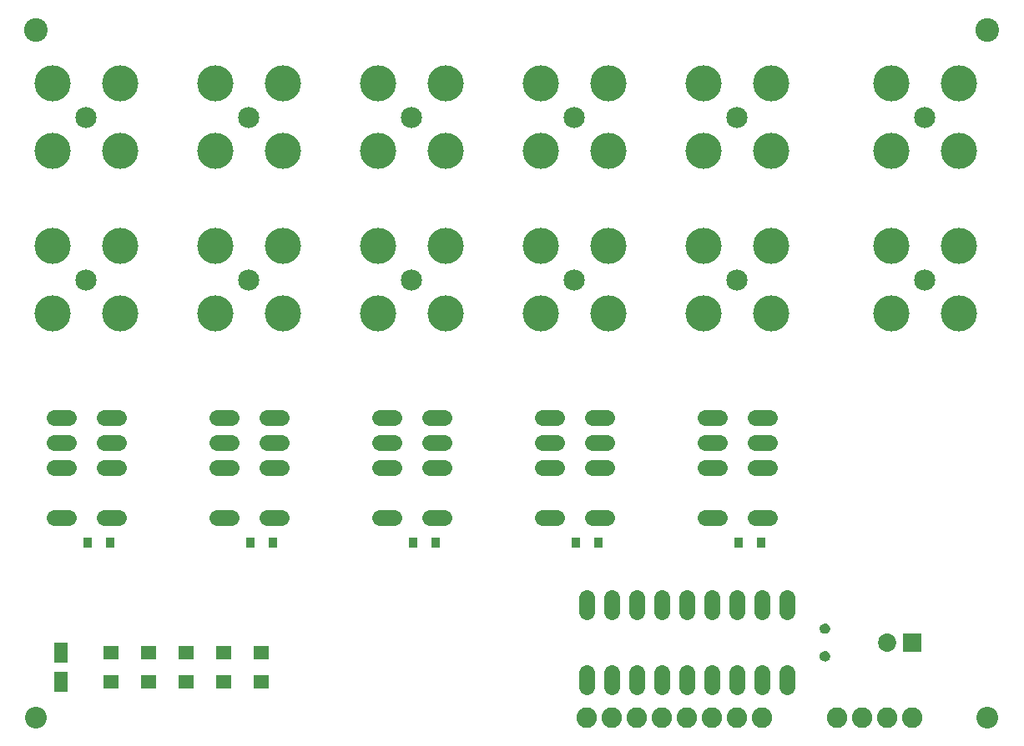
<source format=gts>
G75*
G70*
%OFA0B0*%
%FSLAX24Y24*%
%IPPOS*%
%LPD*%
%AMOC8*
5,1,8,0,0,1.08239X$1,22.5*
%
%ADD10C,0.0946*%
%ADD11C,0.0867*%
%ADD12R,0.0631X0.0552*%
%ADD13C,0.0640*%
%ADD14C,0.0820*%
%ADD15C,0.0635*%
%ADD16C,0.0848*%
%ADD17C,0.1441*%
%ADD18R,0.0328X0.0407*%
%ADD19C,0.0050*%
%ADD20C,0.0730*%
%ADD21R,0.0730X0.0730*%
%ADD22R,0.0552X0.0789*%
D10*
X001300Y028987D03*
X039300Y028987D03*
D11*
X001300Y001487D03*
X039300Y001487D03*
D12*
X010300Y002896D03*
X010300Y004077D03*
X008800Y004077D03*
X008800Y002896D03*
X007300Y002896D03*
X005800Y002896D03*
X005800Y004077D03*
X007300Y004077D03*
X004300Y004077D03*
X004300Y002896D03*
D13*
X023300Y002707D02*
X023300Y003267D01*
X024300Y003267D02*
X024300Y002707D01*
X025300Y002707D02*
X025300Y003267D01*
X026300Y003267D02*
X026300Y002707D01*
X027300Y002707D02*
X027300Y003267D01*
X028300Y003267D02*
X028300Y002707D01*
X029300Y002707D02*
X029300Y003267D01*
X030300Y003267D02*
X030300Y002707D01*
X031300Y002707D02*
X031300Y003267D01*
X031300Y005707D02*
X031300Y006267D01*
X030300Y006267D02*
X030300Y005707D01*
X029300Y005707D02*
X029300Y006267D01*
X028300Y006267D02*
X028300Y005707D01*
X027300Y005707D02*
X027300Y006267D01*
X026300Y006267D02*
X026300Y005707D01*
X025300Y005707D02*
X025300Y006267D01*
X024300Y006267D02*
X024300Y005707D01*
X023300Y005707D02*
X023300Y006267D01*
D14*
X023300Y001487D03*
X024300Y001487D03*
X025300Y001487D03*
X026300Y001487D03*
X027300Y001487D03*
X028300Y001487D03*
X029300Y001487D03*
X030300Y001487D03*
X033300Y001487D03*
X034300Y001487D03*
X035300Y001487D03*
X036300Y001487D03*
D15*
X030577Y009487D02*
X030023Y009487D01*
X028577Y009487D02*
X028023Y009487D01*
X028023Y011487D02*
X028577Y011487D01*
X028577Y012487D02*
X028023Y012487D01*
X028023Y013487D02*
X028577Y013487D01*
X030023Y013487D02*
X030577Y013487D01*
X030577Y012487D02*
X030023Y012487D01*
X030023Y011487D02*
X030577Y011487D01*
X024077Y011487D02*
X023523Y011487D01*
X023523Y012487D02*
X024077Y012487D01*
X024077Y013487D02*
X023523Y013487D01*
X022077Y013487D02*
X021523Y013487D01*
X021523Y012487D02*
X022077Y012487D01*
X022077Y011487D02*
X021523Y011487D01*
X021523Y009487D02*
X022077Y009487D01*
X023523Y009487D02*
X024077Y009487D01*
X017577Y009487D02*
X017023Y009487D01*
X015577Y009487D02*
X015023Y009487D01*
X015023Y011487D02*
X015577Y011487D01*
X015577Y012487D02*
X015023Y012487D01*
X015023Y013487D02*
X015577Y013487D01*
X017023Y013487D02*
X017577Y013487D01*
X017577Y012487D02*
X017023Y012487D01*
X017023Y011487D02*
X017577Y011487D01*
X011077Y011487D02*
X010523Y011487D01*
X010523Y012487D02*
X011077Y012487D01*
X011077Y013487D02*
X010523Y013487D01*
X009077Y013487D02*
X008523Y013487D01*
X008523Y012487D02*
X009077Y012487D01*
X009077Y011487D02*
X008523Y011487D01*
X008523Y009487D02*
X009077Y009487D01*
X010523Y009487D02*
X011077Y009487D01*
X004577Y009487D02*
X004023Y009487D01*
X002577Y009487D02*
X002023Y009487D01*
X002023Y011487D02*
X002577Y011487D01*
X002577Y012487D02*
X002023Y012487D01*
X002023Y013487D02*
X002577Y013487D01*
X004023Y013487D02*
X004577Y013487D01*
X004577Y012487D02*
X004023Y012487D01*
X004023Y011487D02*
X004577Y011487D01*
D16*
X003300Y018987D03*
X009800Y018987D03*
X016300Y018987D03*
X022800Y018987D03*
X029300Y018987D03*
X036800Y018987D03*
X036800Y025487D03*
X029300Y025487D03*
X022800Y025487D03*
X016300Y025487D03*
X009800Y025487D03*
X003300Y025487D03*
D17*
X001950Y026837D03*
X004650Y026837D03*
X004650Y024136D03*
X001950Y024136D03*
X001950Y020337D03*
X004650Y020337D03*
X004650Y017636D03*
X001950Y017636D03*
X008450Y017636D03*
X011150Y017636D03*
X011150Y020337D03*
X008450Y020337D03*
X008450Y024136D03*
X011150Y024136D03*
X011150Y026837D03*
X008450Y026837D03*
X014950Y026837D03*
X017650Y026837D03*
X017650Y024136D03*
X014950Y024136D03*
X014950Y020337D03*
X017650Y020337D03*
X017650Y017636D03*
X014950Y017636D03*
X021450Y017636D03*
X024150Y017636D03*
X024150Y020337D03*
X021450Y020337D03*
X021450Y024136D03*
X024150Y024136D03*
X024150Y026837D03*
X021450Y026837D03*
X027950Y026837D03*
X030650Y026837D03*
X030650Y024136D03*
X027950Y024136D03*
X027950Y020337D03*
X030650Y020337D03*
X030650Y017636D03*
X027950Y017636D03*
X035450Y017636D03*
X038150Y017636D03*
X038150Y020337D03*
X035450Y020337D03*
X035450Y024136D03*
X038150Y024136D03*
X038150Y026837D03*
X035450Y026837D03*
D18*
X030253Y008487D03*
X029347Y008487D03*
X023753Y008487D03*
X022847Y008487D03*
X017253Y008487D03*
X016347Y008487D03*
X010753Y008487D03*
X009847Y008487D03*
X004253Y008487D03*
X003347Y008487D03*
D19*
X032622Y005036D02*
X032627Y005075D01*
X032641Y005112D01*
X032663Y005145D01*
X032691Y005173D01*
X032725Y005193D01*
X032763Y005206D01*
X032802Y005210D01*
X032840Y005205D01*
X032877Y005192D01*
X032909Y005171D01*
X032936Y005144D01*
X032957Y005111D01*
X032969Y005074D01*
X032973Y005036D01*
X032970Y004998D01*
X032958Y004961D01*
X032938Y004928D01*
X032912Y004900D01*
X032880Y004879D01*
X032844Y004866D01*
X032806Y004861D01*
X032766Y004864D01*
X032728Y004877D01*
X032693Y004897D01*
X032664Y004925D01*
X032642Y004958D01*
X032628Y004996D01*
X032622Y005036D01*
X032623Y005046D02*
X032972Y005046D01*
X032970Y004997D02*
X032627Y004997D01*
X032648Y004949D02*
X032950Y004949D01*
X032911Y004900D02*
X032690Y004900D01*
X032634Y005094D02*
X032962Y005094D01*
X032937Y005143D02*
X032661Y005143D01*
X032721Y005191D02*
X032878Y005191D01*
X032802Y004108D02*
X032840Y004103D01*
X032877Y004090D01*
X032909Y004069D01*
X032936Y004042D01*
X032957Y004009D01*
X032969Y003972D01*
X032973Y003934D01*
X032970Y003896D01*
X032958Y003859D01*
X032938Y003826D01*
X032912Y003798D01*
X032880Y003777D01*
X032844Y003764D01*
X032806Y003759D01*
X032766Y003762D01*
X032728Y003775D01*
X032693Y003795D01*
X032664Y003823D01*
X032642Y003856D01*
X032628Y003894D01*
X032622Y003934D01*
X032627Y003973D01*
X032641Y004010D01*
X032663Y004043D01*
X032691Y004071D01*
X032725Y004091D01*
X032763Y004104D01*
X032802Y004108D01*
X032899Y004076D02*
X032699Y004076D01*
X032652Y004027D02*
X032945Y004027D01*
X032967Y003979D02*
X032629Y003979D01*
X032623Y003930D02*
X032973Y003930D01*
X032965Y003882D02*
X032632Y003882D01*
X032657Y003833D02*
X032942Y003833D01*
X032891Y003785D02*
X032711Y003785D01*
D20*
X035300Y004487D03*
D21*
X036300Y004487D03*
D22*
X002300Y004077D03*
X002300Y002897D03*
M02*

</source>
